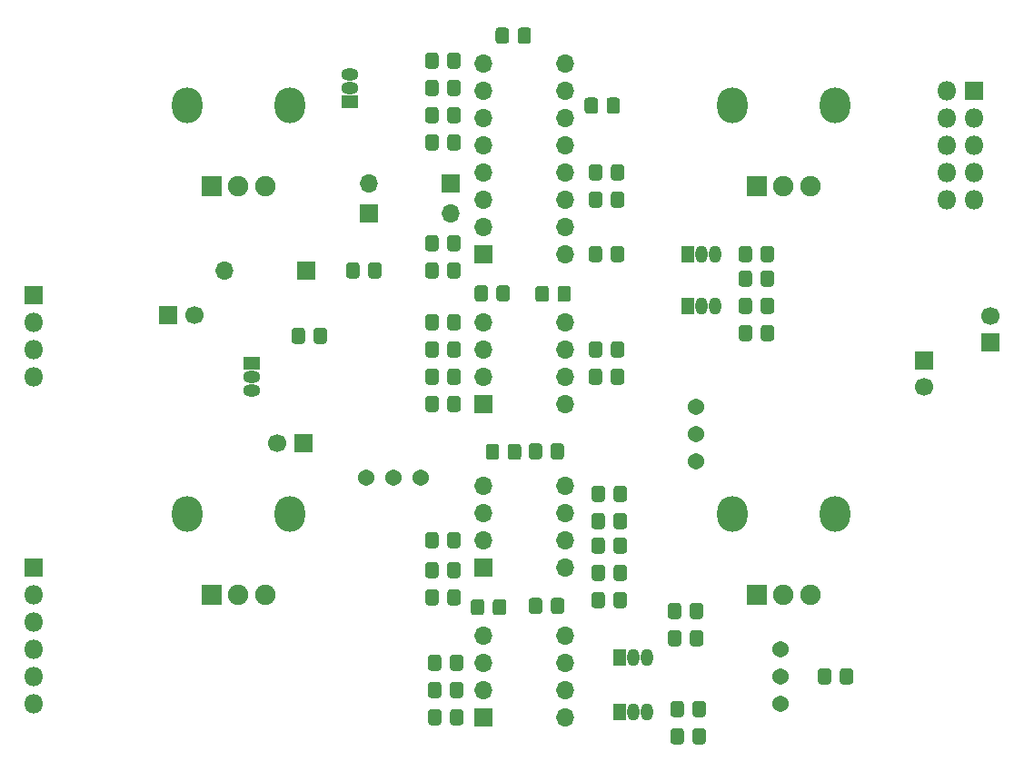
<source format=gbr>
G04 #@! TF.GenerationSoftware,KiCad,Pcbnew,5.1.6-c6e7f7d~86~ubuntu18.04.1*
G04 #@! TF.CreationDate,2020-06-21T16:50:38-04:00*
G04 #@! TF.ProjectId,modulation_source,6d6f6475-6c61-4746-996f-6e5f736f7572,rev?*
G04 #@! TF.SameCoordinates,Original*
G04 #@! TF.FileFunction,Soldermask,Bot*
G04 #@! TF.FilePolarity,Negative*
%FSLAX46Y46*%
G04 Gerber Fmt 4.6, Leading zero omitted, Abs format (unit mm)*
G04 Created by KiCad (PCBNEW 5.1.6-c6e7f7d~86~ubuntu18.04.1) date 2020-06-21 16:50:38*
%MOMM*%
%LPD*%
G01*
G04 APERTURE LIST*
%ADD10C,1.700000*%
%ADD11R,1.700000X1.700000*%
%ADD12O,2.820000X3.340000*%
%ADD13C,1.900000*%
%ADD14R,1.900000X1.900000*%
%ADD15O,1.800000X1.800000*%
%ADD16R,1.800000X1.800000*%
%ADD17O,1.700000X1.700000*%
%ADD18C,1.540000*%
%ADD19R,1.150000X1.600000*%
%ADD20O,1.150000X1.600000*%
%ADD21R,1.600000X1.150000*%
%ADD22O,1.600000X1.150000*%
G04 APERTURE END LIST*
D10*
X195834000Y-78145000D03*
D11*
X195834000Y-80645000D03*
D10*
X189611000Y-84796000D03*
D11*
X189611000Y-82296000D03*
D10*
X129326000Y-90043000D03*
D11*
X131826000Y-90043000D03*
D10*
X121666000Y-78105000D03*
D11*
X119166000Y-78105000D03*
D12*
X171730000Y-58540000D03*
X181330000Y-58540000D03*
D13*
X179030000Y-66040000D03*
X176530000Y-66040000D03*
D14*
X174030000Y-66040000D03*
D12*
X120930000Y-96640000D03*
X130530000Y-96640000D03*
D13*
X128230000Y-104140000D03*
X125730000Y-104140000D03*
D14*
X123230000Y-104140000D03*
D12*
X171730000Y-96640000D03*
X181330000Y-96640000D03*
D13*
X179030000Y-104140000D03*
X176530000Y-104140000D03*
D14*
X174030000Y-104140000D03*
D12*
X120930000Y-58540000D03*
X130530000Y-58540000D03*
D13*
X128230000Y-66040000D03*
X125730000Y-66040000D03*
D14*
X123230000Y-66040000D03*
D15*
X106680000Y-114300000D03*
X106680000Y-111760000D03*
X106680000Y-109220000D03*
X106680000Y-106680000D03*
X106680000Y-104140000D03*
D16*
X106680000Y-101600000D03*
D15*
X106680000Y-83820000D03*
X106680000Y-81280000D03*
X106680000Y-78740000D03*
D16*
X106680000Y-76200000D03*
D17*
X156210000Y-101600000D03*
X148590000Y-93980000D03*
X156210000Y-99060000D03*
X148590000Y-96520000D03*
X156210000Y-96520000D03*
X148590000Y-99060000D03*
X156210000Y-93980000D03*
D11*
X148590000Y-101600000D03*
D17*
X156210000Y-86360000D03*
X148590000Y-78740000D03*
X156210000Y-83820000D03*
X148590000Y-81280000D03*
X156210000Y-81280000D03*
X148590000Y-83820000D03*
X156210000Y-78740000D03*
D11*
X148590000Y-86360000D03*
D17*
X156210000Y-115570000D03*
X148590000Y-107950000D03*
X156210000Y-113030000D03*
X148590000Y-110490000D03*
X156210000Y-110490000D03*
X148590000Y-113030000D03*
X156210000Y-107950000D03*
D11*
X148590000Y-115570000D03*
D17*
X156210000Y-72390000D03*
X148590000Y-54610000D03*
X156210000Y-69850000D03*
X148590000Y-57150000D03*
X156210000Y-67310000D03*
X148590000Y-59690000D03*
X156210000Y-64770000D03*
X148590000Y-62230000D03*
X156210000Y-62230000D03*
X148590000Y-64770000D03*
X156210000Y-59690000D03*
X148590000Y-67310000D03*
X156210000Y-57150000D03*
X148590000Y-69850000D03*
X156210000Y-54610000D03*
D11*
X148590000Y-72390000D03*
D18*
X137668000Y-93218000D03*
X140208000Y-93218000D03*
X142748000Y-93218000D03*
X176276000Y-109220000D03*
X176276000Y-111760000D03*
X176276000Y-114300000D03*
X168402000Y-86614000D03*
X168402000Y-89154000D03*
X168402000Y-91694000D03*
G36*
G01*
X144625000Y-110011738D02*
X144625000Y-110968262D01*
G75*
G02*
X144353262Y-111240000I-271738J0D01*
G01*
X143646738Y-111240000D01*
G75*
G02*
X143375000Y-110968262I0J271738D01*
G01*
X143375000Y-110011738D01*
G75*
G02*
X143646738Y-109740000I271738J0D01*
G01*
X144353262Y-109740000D01*
G75*
G02*
X144625000Y-110011738I0J-271738D01*
G01*
G37*
G36*
G01*
X146675000Y-110011738D02*
X146675000Y-110968262D01*
G75*
G02*
X146403262Y-111240000I-271738J0D01*
G01*
X145696738Y-111240000D01*
G75*
G02*
X145425000Y-110968262I0J271738D01*
G01*
X145425000Y-110011738D01*
G75*
G02*
X145696738Y-109740000I271738J0D01*
G01*
X146403262Y-109740000D01*
G75*
G02*
X146675000Y-110011738I0J-271738D01*
G01*
G37*
G36*
G01*
X145189000Y-104872262D02*
X145189000Y-103915738D01*
G75*
G02*
X145460738Y-103644000I271738J0D01*
G01*
X146167262Y-103644000D01*
G75*
G02*
X146439000Y-103915738I0J-271738D01*
G01*
X146439000Y-104872262D01*
G75*
G02*
X146167262Y-105144000I-271738J0D01*
G01*
X145460738Y-105144000D01*
G75*
G02*
X145189000Y-104872262I0J271738D01*
G01*
G37*
G36*
G01*
X143139000Y-104872262D02*
X143139000Y-103915738D01*
G75*
G02*
X143410738Y-103644000I271738J0D01*
G01*
X144117262Y-103644000D01*
G75*
G02*
X144389000Y-103915738I0J-271738D01*
G01*
X144389000Y-104872262D01*
G75*
G02*
X144117262Y-105144000I-271738J0D01*
G01*
X143410738Y-105144000D01*
G75*
G02*
X143139000Y-104872262I0J271738D01*
G01*
G37*
G36*
G01*
X159865000Y-104169738D02*
X159865000Y-105126262D01*
G75*
G02*
X159593262Y-105398000I-271738J0D01*
G01*
X158886738Y-105398000D01*
G75*
G02*
X158615000Y-105126262I0J271738D01*
G01*
X158615000Y-104169738D01*
G75*
G02*
X158886738Y-103898000I271738J0D01*
G01*
X159593262Y-103898000D01*
G75*
G02*
X159865000Y-104169738I0J-271738D01*
G01*
G37*
G36*
G01*
X161915000Y-104169738D02*
X161915000Y-105126262D01*
G75*
G02*
X161643262Y-105398000I-271738J0D01*
G01*
X160936738Y-105398000D01*
G75*
G02*
X160665000Y-105126262I0J271738D01*
G01*
X160665000Y-104169738D01*
G75*
G02*
X160936738Y-103898000I271738J0D01*
G01*
X161643262Y-103898000D01*
G75*
G02*
X161915000Y-104169738I0J-271738D01*
G01*
G37*
G36*
G01*
X145171000Y-102332262D02*
X145171000Y-101375738D01*
G75*
G02*
X145442738Y-101104000I271738J0D01*
G01*
X146149262Y-101104000D01*
G75*
G02*
X146421000Y-101375738I0J-271738D01*
G01*
X146421000Y-102332262D01*
G75*
G02*
X146149262Y-102604000I-271738J0D01*
G01*
X145442738Y-102604000D01*
G75*
G02*
X145171000Y-102332262I0J271738D01*
G01*
G37*
G36*
G01*
X143121000Y-102332262D02*
X143121000Y-101375738D01*
G75*
G02*
X143392738Y-101104000I271738J0D01*
G01*
X144099262Y-101104000D01*
G75*
G02*
X144371000Y-101375738I0J-271738D01*
G01*
X144371000Y-102332262D01*
G75*
G02*
X144099262Y-102604000I-271738J0D01*
G01*
X143392738Y-102604000D01*
G75*
G02*
X143121000Y-102332262I0J271738D01*
G01*
G37*
G36*
G01*
X160674000Y-100046262D02*
X160674000Y-99089738D01*
G75*
G02*
X160945738Y-98818000I271738J0D01*
G01*
X161652262Y-98818000D01*
G75*
G02*
X161924000Y-99089738I0J-271738D01*
G01*
X161924000Y-100046262D01*
G75*
G02*
X161652262Y-100318000I-271738J0D01*
G01*
X160945738Y-100318000D01*
G75*
G02*
X160674000Y-100046262I0J271738D01*
G01*
G37*
G36*
G01*
X158624000Y-100046262D02*
X158624000Y-99089738D01*
G75*
G02*
X158895738Y-98818000I271738J0D01*
G01*
X159602262Y-98818000D01*
G75*
G02*
X159874000Y-99089738I0J-271738D01*
G01*
X159874000Y-100046262D01*
G75*
G02*
X159602262Y-100318000I-271738J0D01*
G01*
X158895738Y-100318000D01*
G75*
G02*
X158624000Y-100046262I0J271738D01*
G01*
G37*
G36*
G01*
X159874000Y-96803738D02*
X159874000Y-97760262D01*
G75*
G02*
X159602262Y-98032000I-271738J0D01*
G01*
X158895738Y-98032000D01*
G75*
G02*
X158624000Y-97760262I0J271738D01*
G01*
X158624000Y-96803738D01*
G75*
G02*
X158895738Y-96532000I271738J0D01*
G01*
X159602262Y-96532000D01*
G75*
G02*
X159874000Y-96803738I0J-271738D01*
G01*
G37*
G36*
G01*
X161924000Y-96803738D02*
X161924000Y-97760262D01*
G75*
G02*
X161652262Y-98032000I-271738J0D01*
G01*
X160945738Y-98032000D01*
G75*
G02*
X160674000Y-97760262I0J271738D01*
G01*
X160674000Y-96803738D01*
G75*
G02*
X160945738Y-96532000I271738J0D01*
G01*
X161652262Y-96532000D01*
G75*
G02*
X161924000Y-96803738I0J-271738D01*
G01*
G37*
G36*
G01*
X167231000Y-116869738D02*
X167231000Y-117826262D01*
G75*
G02*
X166959262Y-118098000I-271738J0D01*
G01*
X166252738Y-118098000D01*
G75*
G02*
X165981000Y-117826262I0J271738D01*
G01*
X165981000Y-116869738D01*
G75*
G02*
X166252738Y-116598000I271738J0D01*
G01*
X166959262Y-116598000D01*
G75*
G02*
X167231000Y-116869738I0J-271738D01*
G01*
G37*
G36*
G01*
X169281000Y-116869738D02*
X169281000Y-117826262D01*
G75*
G02*
X169009262Y-118098000I-271738J0D01*
G01*
X168302738Y-118098000D01*
G75*
G02*
X168031000Y-117826262I0J271738D01*
G01*
X168031000Y-116869738D01*
G75*
G02*
X168302738Y-116598000I271738J0D01*
G01*
X169009262Y-116598000D01*
G75*
G02*
X169281000Y-116869738I0J-271738D01*
G01*
G37*
G36*
G01*
X145171000Y-99538262D02*
X145171000Y-98581738D01*
G75*
G02*
X145442738Y-98310000I271738J0D01*
G01*
X146149262Y-98310000D01*
G75*
G02*
X146421000Y-98581738I0J-271738D01*
G01*
X146421000Y-99538262D01*
G75*
G02*
X146149262Y-99810000I-271738J0D01*
G01*
X145442738Y-99810000D01*
G75*
G02*
X145171000Y-99538262I0J271738D01*
G01*
G37*
G36*
G01*
X143121000Y-99538262D02*
X143121000Y-98581738D01*
G75*
G02*
X143392738Y-98310000I271738J0D01*
G01*
X144099262Y-98310000D01*
G75*
G02*
X144371000Y-98581738I0J-271738D01*
G01*
X144371000Y-99538262D01*
G75*
G02*
X144099262Y-99810000I-271738J0D01*
G01*
X143392738Y-99810000D01*
G75*
G02*
X143121000Y-99538262I0J271738D01*
G01*
G37*
G36*
G01*
X160683000Y-95220262D02*
X160683000Y-94263738D01*
G75*
G02*
X160954738Y-93992000I271738J0D01*
G01*
X161661262Y-93992000D01*
G75*
G02*
X161933000Y-94263738I0J-271738D01*
G01*
X161933000Y-95220262D01*
G75*
G02*
X161661262Y-95492000I-271738J0D01*
G01*
X160954738Y-95492000D01*
G75*
G02*
X160683000Y-95220262I0J271738D01*
G01*
G37*
G36*
G01*
X158633000Y-95220262D02*
X158633000Y-94263738D01*
G75*
G02*
X158904738Y-93992000I271738J0D01*
G01*
X159611262Y-93992000D01*
G75*
G02*
X159883000Y-94263738I0J-271738D01*
G01*
X159883000Y-95220262D01*
G75*
G02*
X159611262Y-95492000I-271738J0D01*
G01*
X158904738Y-95492000D01*
G75*
G02*
X158633000Y-95220262I0J271738D01*
G01*
G37*
G36*
G01*
X131925000Y-79531738D02*
X131925000Y-80488262D01*
G75*
G02*
X131653262Y-80760000I-271738J0D01*
G01*
X130946738Y-80760000D01*
G75*
G02*
X130675000Y-80488262I0J271738D01*
G01*
X130675000Y-79531738D01*
G75*
G02*
X130946738Y-79260000I271738J0D01*
G01*
X131653262Y-79260000D01*
G75*
G02*
X131925000Y-79531738I0J-271738D01*
G01*
G37*
G36*
G01*
X133975000Y-79531738D02*
X133975000Y-80488262D01*
G75*
G02*
X133703262Y-80760000I-271738J0D01*
G01*
X132996738Y-80760000D01*
G75*
G02*
X132725000Y-80488262I0J271738D01*
G01*
X132725000Y-79531738D01*
G75*
G02*
X132996738Y-79260000I271738J0D01*
G01*
X133703262Y-79260000D01*
G75*
G02*
X133975000Y-79531738I0J-271738D01*
G01*
G37*
G36*
G01*
X180965000Y-111281738D02*
X180965000Y-112238262D01*
G75*
G02*
X180693262Y-112510000I-271738J0D01*
G01*
X179986738Y-112510000D01*
G75*
G02*
X179715000Y-112238262I0J271738D01*
G01*
X179715000Y-111281738D01*
G75*
G02*
X179986738Y-111010000I271738J0D01*
G01*
X180693262Y-111010000D01*
G75*
G02*
X180965000Y-111281738I0J-271738D01*
G01*
G37*
G36*
G01*
X183015000Y-111281738D02*
X183015000Y-112238262D01*
G75*
G02*
X182743262Y-112510000I-271738J0D01*
G01*
X182036738Y-112510000D01*
G75*
G02*
X181765000Y-112238262I0J271738D01*
G01*
X181765000Y-111281738D01*
G75*
G02*
X182036738Y-111010000I271738J0D01*
G01*
X182743262Y-111010000D01*
G75*
G02*
X183015000Y-111281738I0J-271738D01*
G01*
G37*
G36*
G01*
X167231000Y-114329738D02*
X167231000Y-115286262D01*
G75*
G02*
X166959262Y-115558000I-271738J0D01*
G01*
X166252738Y-115558000D01*
G75*
G02*
X165981000Y-115286262I0J271738D01*
G01*
X165981000Y-114329738D01*
G75*
G02*
X166252738Y-114058000I271738J0D01*
G01*
X166959262Y-114058000D01*
G75*
G02*
X167231000Y-114329738I0J-271738D01*
G01*
G37*
G36*
G01*
X169281000Y-114329738D02*
X169281000Y-115286262D01*
G75*
G02*
X169009262Y-115558000I-271738J0D01*
G01*
X168302738Y-115558000D01*
G75*
G02*
X168031000Y-115286262I0J271738D01*
G01*
X168031000Y-114329738D01*
G75*
G02*
X168302738Y-114058000I271738J0D01*
G01*
X169009262Y-114058000D01*
G75*
G02*
X169281000Y-114329738I0J-271738D01*
G01*
G37*
G36*
G01*
X160683000Y-102586262D02*
X160683000Y-101629738D01*
G75*
G02*
X160954738Y-101358000I271738J0D01*
G01*
X161661262Y-101358000D01*
G75*
G02*
X161933000Y-101629738I0J-271738D01*
G01*
X161933000Y-102586262D01*
G75*
G02*
X161661262Y-102858000I-271738J0D01*
G01*
X160954738Y-102858000D01*
G75*
G02*
X160683000Y-102586262I0J271738D01*
G01*
G37*
G36*
G01*
X158633000Y-102586262D02*
X158633000Y-101629738D01*
G75*
G02*
X158904738Y-101358000I271738J0D01*
G01*
X159611262Y-101358000D01*
G75*
G02*
X159883000Y-101629738I0J-271738D01*
G01*
X159883000Y-102586262D01*
G75*
G02*
X159611262Y-102858000I-271738J0D01*
G01*
X158904738Y-102858000D01*
G75*
G02*
X158633000Y-102586262I0J271738D01*
G01*
G37*
G36*
G01*
X166995000Y-107725738D02*
X166995000Y-108682262D01*
G75*
G02*
X166723262Y-108954000I-271738J0D01*
G01*
X166016738Y-108954000D01*
G75*
G02*
X165745000Y-108682262I0J271738D01*
G01*
X165745000Y-107725738D01*
G75*
G02*
X166016738Y-107454000I271738J0D01*
G01*
X166723262Y-107454000D01*
G75*
G02*
X166995000Y-107725738I0J-271738D01*
G01*
G37*
G36*
G01*
X169045000Y-107725738D02*
X169045000Y-108682262D01*
G75*
G02*
X168773262Y-108954000I-271738J0D01*
G01*
X168066738Y-108954000D01*
G75*
G02*
X167795000Y-108682262I0J271738D01*
G01*
X167795000Y-107725738D01*
G75*
G02*
X168066738Y-107454000I271738J0D01*
G01*
X168773262Y-107454000D01*
G75*
G02*
X169045000Y-107725738I0J-271738D01*
G01*
G37*
G36*
G01*
X166977000Y-105185738D02*
X166977000Y-106142262D01*
G75*
G02*
X166705262Y-106414000I-271738J0D01*
G01*
X165998738Y-106414000D01*
G75*
G02*
X165727000Y-106142262I0J271738D01*
G01*
X165727000Y-105185738D01*
G75*
G02*
X165998738Y-104914000I271738J0D01*
G01*
X166705262Y-104914000D01*
G75*
G02*
X166977000Y-105185738I0J-271738D01*
G01*
G37*
G36*
G01*
X169027000Y-105185738D02*
X169027000Y-106142262D01*
G75*
G02*
X168755262Y-106414000I-271738J0D01*
G01*
X168048738Y-106414000D01*
G75*
G02*
X167777000Y-106142262I0J271738D01*
G01*
X167777000Y-105185738D01*
G75*
G02*
X168048738Y-104914000I271738J0D01*
G01*
X168755262Y-104914000D01*
G75*
G02*
X169027000Y-105185738I0J-271738D01*
G01*
G37*
G36*
G01*
X145443000Y-116048262D02*
X145443000Y-115091738D01*
G75*
G02*
X145714738Y-114820000I271738J0D01*
G01*
X146421262Y-114820000D01*
G75*
G02*
X146693000Y-115091738I0J-271738D01*
G01*
X146693000Y-116048262D01*
G75*
G02*
X146421262Y-116320000I-271738J0D01*
G01*
X145714738Y-116320000D01*
G75*
G02*
X145443000Y-116048262I0J271738D01*
G01*
G37*
G36*
G01*
X143393000Y-116048262D02*
X143393000Y-115091738D01*
G75*
G02*
X143664738Y-114820000I271738J0D01*
G01*
X144371262Y-114820000D01*
G75*
G02*
X144643000Y-115091738I0J-271738D01*
G01*
X144643000Y-116048262D01*
G75*
G02*
X144371262Y-116320000I-271738J0D01*
G01*
X143664738Y-116320000D01*
G75*
G02*
X143393000Y-116048262I0J271738D01*
G01*
G37*
G36*
G01*
X144380000Y-58957738D02*
X144380000Y-59914262D01*
G75*
G02*
X144108262Y-60186000I-271738J0D01*
G01*
X143401738Y-60186000D01*
G75*
G02*
X143130000Y-59914262I0J271738D01*
G01*
X143130000Y-58957738D01*
G75*
G02*
X143401738Y-58686000I271738J0D01*
G01*
X144108262Y-58686000D01*
G75*
G02*
X144380000Y-58957738I0J-271738D01*
G01*
G37*
G36*
G01*
X146430000Y-58957738D02*
X146430000Y-59914262D01*
G75*
G02*
X146158262Y-60186000I-271738J0D01*
G01*
X145451738Y-60186000D01*
G75*
G02*
X145180000Y-59914262I0J271738D01*
G01*
X145180000Y-58957738D01*
G75*
G02*
X145451738Y-58686000I271738J0D01*
G01*
X146158262Y-58686000D01*
G75*
G02*
X146430000Y-58957738I0J-271738D01*
G01*
G37*
G36*
G01*
X159620000Y-83341738D02*
X159620000Y-84298262D01*
G75*
G02*
X159348262Y-84570000I-271738J0D01*
G01*
X158641738Y-84570000D01*
G75*
G02*
X158370000Y-84298262I0J271738D01*
G01*
X158370000Y-83341738D01*
G75*
G02*
X158641738Y-83070000I271738J0D01*
G01*
X159348262Y-83070000D01*
G75*
G02*
X159620000Y-83341738I0J-271738D01*
G01*
G37*
G36*
G01*
X161670000Y-83341738D02*
X161670000Y-84298262D01*
G75*
G02*
X161398262Y-84570000I-271738J0D01*
G01*
X160691738Y-84570000D01*
G75*
G02*
X160420000Y-84298262I0J271738D01*
G01*
X160420000Y-83341738D01*
G75*
G02*
X160691738Y-83070000I271738J0D01*
G01*
X161398262Y-83070000D01*
G75*
G02*
X161670000Y-83341738I0J-271738D01*
G01*
G37*
G36*
G01*
X144371000Y-56417738D02*
X144371000Y-57374262D01*
G75*
G02*
X144099262Y-57646000I-271738J0D01*
G01*
X143392738Y-57646000D01*
G75*
G02*
X143121000Y-57374262I0J271738D01*
G01*
X143121000Y-56417738D01*
G75*
G02*
X143392738Y-56146000I271738J0D01*
G01*
X144099262Y-56146000D01*
G75*
G02*
X144371000Y-56417738I0J-271738D01*
G01*
G37*
G36*
G01*
X146421000Y-56417738D02*
X146421000Y-57374262D01*
G75*
G02*
X146149262Y-57646000I-271738J0D01*
G01*
X145442738Y-57646000D01*
G75*
G02*
X145171000Y-57374262I0J271738D01*
G01*
X145171000Y-56417738D01*
G75*
G02*
X145442738Y-56146000I271738J0D01*
G01*
X146149262Y-56146000D01*
G75*
G02*
X146421000Y-56417738I0J-271738D01*
G01*
G37*
G36*
G01*
X159620000Y-71911738D02*
X159620000Y-72868262D01*
G75*
G02*
X159348262Y-73140000I-271738J0D01*
G01*
X158641738Y-73140000D01*
G75*
G02*
X158370000Y-72868262I0J271738D01*
G01*
X158370000Y-71911738D01*
G75*
G02*
X158641738Y-71640000I271738J0D01*
G01*
X159348262Y-71640000D01*
G75*
G02*
X159620000Y-71911738I0J-271738D01*
G01*
G37*
G36*
G01*
X161670000Y-71911738D02*
X161670000Y-72868262D01*
G75*
G02*
X161398262Y-73140000I-271738J0D01*
G01*
X160691738Y-73140000D01*
G75*
G02*
X160420000Y-72868262I0J271738D01*
G01*
X160420000Y-71911738D01*
G75*
G02*
X160691738Y-71640000I271738J0D01*
G01*
X161398262Y-71640000D01*
G75*
G02*
X161670000Y-71911738I0J-271738D01*
G01*
G37*
G36*
G01*
X173581000Y-71911738D02*
X173581000Y-72868262D01*
G75*
G02*
X173309262Y-73140000I-271738J0D01*
G01*
X172602738Y-73140000D01*
G75*
G02*
X172331000Y-72868262I0J271738D01*
G01*
X172331000Y-71911738D01*
G75*
G02*
X172602738Y-71640000I271738J0D01*
G01*
X173309262Y-71640000D01*
G75*
G02*
X173581000Y-71911738I0J-271738D01*
G01*
G37*
G36*
G01*
X175631000Y-71911738D02*
X175631000Y-72868262D01*
G75*
G02*
X175359262Y-73140000I-271738J0D01*
G01*
X174652738Y-73140000D01*
G75*
G02*
X174381000Y-72868262I0J271738D01*
G01*
X174381000Y-71911738D01*
G75*
G02*
X174652738Y-71640000I271738J0D01*
G01*
X175359262Y-71640000D01*
G75*
G02*
X175631000Y-71911738I0J-271738D01*
G01*
G37*
G36*
G01*
X144371000Y-73435738D02*
X144371000Y-74392262D01*
G75*
G02*
X144099262Y-74664000I-271738J0D01*
G01*
X143392738Y-74664000D01*
G75*
G02*
X143121000Y-74392262I0J271738D01*
G01*
X143121000Y-73435738D01*
G75*
G02*
X143392738Y-73164000I271738J0D01*
G01*
X144099262Y-73164000D01*
G75*
G02*
X144371000Y-73435738I0J-271738D01*
G01*
G37*
G36*
G01*
X146421000Y-73435738D02*
X146421000Y-74392262D01*
G75*
G02*
X146149262Y-74664000I-271738J0D01*
G01*
X145442738Y-74664000D01*
G75*
G02*
X145171000Y-74392262I0J271738D01*
G01*
X145171000Y-73435738D01*
G75*
G02*
X145442738Y-73164000I271738J0D01*
G01*
X146149262Y-73164000D01*
G75*
G02*
X146421000Y-73435738I0J-271738D01*
G01*
G37*
G36*
G01*
X144371000Y-53877738D02*
X144371000Y-54834262D01*
G75*
G02*
X144099262Y-55106000I-271738J0D01*
G01*
X143392738Y-55106000D01*
G75*
G02*
X143121000Y-54834262I0J271738D01*
G01*
X143121000Y-53877738D01*
G75*
G02*
X143392738Y-53606000I271738J0D01*
G01*
X144099262Y-53606000D01*
G75*
G02*
X144371000Y-53877738I0J-271738D01*
G01*
G37*
G36*
G01*
X146421000Y-53877738D02*
X146421000Y-54834262D01*
G75*
G02*
X146149262Y-55106000I-271738J0D01*
G01*
X145442738Y-55106000D01*
G75*
G02*
X145171000Y-54834262I0J271738D01*
G01*
X145171000Y-53877738D01*
G75*
G02*
X145442738Y-53606000I271738J0D01*
G01*
X146149262Y-53606000D01*
G75*
G02*
X146421000Y-53877738I0J-271738D01*
G01*
G37*
G36*
G01*
X160429000Y-65248262D02*
X160429000Y-64291738D01*
G75*
G02*
X160700738Y-64020000I271738J0D01*
G01*
X161407262Y-64020000D01*
G75*
G02*
X161679000Y-64291738I0J-271738D01*
G01*
X161679000Y-65248262D01*
G75*
G02*
X161407262Y-65520000I-271738J0D01*
G01*
X160700738Y-65520000D01*
G75*
G02*
X160429000Y-65248262I0J271738D01*
G01*
G37*
G36*
G01*
X158379000Y-65248262D02*
X158379000Y-64291738D01*
G75*
G02*
X158650738Y-64020000I271738J0D01*
G01*
X159357262Y-64020000D01*
G75*
G02*
X159629000Y-64291738I0J-271738D01*
G01*
X159629000Y-65248262D01*
G75*
G02*
X159357262Y-65520000I-271738J0D01*
G01*
X158650738Y-65520000D01*
G75*
G02*
X158379000Y-65248262I0J271738D01*
G01*
G37*
G36*
G01*
X145189000Y-86838262D02*
X145189000Y-85881738D01*
G75*
G02*
X145460738Y-85610000I271738J0D01*
G01*
X146167262Y-85610000D01*
G75*
G02*
X146439000Y-85881738I0J-271738D01*
G01*
X146439000Y-86838262D01*
G75*
G02*
X146167262Y-87110000I-271738J0D01*
G01*
X145460738Y-87110000D01*
G75*
G02*
X145189000Y-86838262I0J271738D01*
G01*
G37*
G36*
G01*
X143139000Y-86838262D02*
X143139000Y-85881738D01*
G75*
G02*
X143410738Y-85610000I271738J0D01*
G01*
X144117262Y-85610000D01*
G75*
G02*
X144389000Y-85881738I0J-271738D01*
G01*
X144389000Y-86838262D01*
G75*
G02*
X144117262Y-87110000I-271738J0D01*
G01*
X143410738Y-87110000D01*
G75*
G02*
X143139000Y-86838262I0J271738D01*
G01*
G37*
G36*
G01*
X174381000Y-75154262D02*
X174381000Y-74197738D01*
G75*
G02*
X174652738Y-73926000I271738J0D01*
G01*
X175359262Y-73926000D01*
G75*
G02*
X175631000Y-74197738I0J-271738D01*
G01*
X175631000Y-75154262D01*
G75*
G02*
X175359262Y-75426000I-271738J0D01*
G01*
X174652738Y-75426000D01*
G75*
G02*
X174381000Y-75154262I0J271738D01*
G01*
G37*
G36*
G01*
X172331000Y-75154262D02*
X172331000Y-74197738D01*
G75*
G02*
X172602738Y-73926000I271738J0D01*
G01*
X173309262Y-73926000D01*
G75*
G02*
X173581000Y-74197738I0J-271738D01*
G01*
X173581000Y-75154262D01*
G75*
G02*
X173309262Y-75426000I-271738J0D01*
G01*
X172602738Y-75426000D01*
G75*
G02*
X172331000Y-75154262I0J271738D01*
G01*
G37*
G36*
G01*
X160429000Y-67788262D02*
X160429000Y-66831738D01*
G75*
G02*
X160700738Y-66560000I271738J0D01*
G01*
X161407262Y-66560000D01*
G75*
G02*
X161679000Y-66831738I0J-271738D01*
G01*
X161679000Y-67788262D01*
G75*
G02*
X161407262Y-68060000I-271738J0D01*
G01*
X160700738Y-68060000D01*
G75*
G02*
X160429000Y-67788262I0J271738D01*
G01*
G37*
G36*
G01*
X158379000Y-67788262D02*
X158379000Y-66831738D01*
G75*
G02*
X158650738Y-66560000I271738J0D01*
G01*
X159357262Y-66560000D01*
G75*
G02*
X159629000Y-66831738I0J-271738D01*
G01*
X159629000Y-67788262D01*
G75*
G02*
X159357262Y-68060000I-271738J0D01*
G01*
X158650738Y-68060000D01*
G75*
G02*
X158379000Y-67788262I0J271738D01*
G01*
G37*
G36*
G01*
X145189000Y-84298262D02*
X145189000Y-83341738D01*
G75*
G02*
X145460738Y-83070000I271738J0D01*
G01*
X146167262Y-83070000D01*
G75*
G02*
X146439000Y-83341738I0J-271738D01*
G01*
X146439000Y-84298262D01*
G75*
G02*
X146167262Y-84570000I-271738J0D01*
G01*
X145460738Y-84570000D01*
G75*
G02*
X145189000Y-84298262I0J271738D01*
G01*
G37*
G36*
G01*
X143139000Y-84298262D02*
X143139000Y-83341738D01*
G75*
G02*
X143410738Y-83070000I271738J0D01*
G01*
X144117262Y-83070000D01*
G75*
G02*
X144389000Y-83341738I0J-271738D01*
G01*
X144389000Y-84298262D01*
G75*
G02*
X144117262Y-84570000I-271738J0D01*
G01*
X143410738Y-84570000D01*
G75*
G02*
X143139000Y-84298262I0J271738D01*
G01*
G37*
G36*
G01*
X174399000Y-80234262D02*
X174399000Y-79277738D01*
G75*
G02*
X174670738Y-79006000I271738J0D01*
G01*
X175377262Y-79006000D01*
G75*
G02*
X175649000Y-79277738I0J-271738D01*
G01*
X175649000Y-80234262D01*
G75*
G02*
X175377262Y-80506000I-271738J0D01*
G01*
X174670738Y-80506000D01*
G75*
G02*
X174399000Y-80234262I0J271738D01*
G01*
G37*
G36*
G01*
X172349000Y-80234262D02*
X172349000Y-79277738D01*
G75*
G02*
X172620738Y-79006000I271738J0D01*
G01*
X173327262Y-79006000D01*
G75*
G02*
X173599000Y-79277738I0J-271738D01*
G01*
X173599000Y-80234262D01*
G75*
G02*
X173327262Y-80506000I-271738J0D01*
G01*
X172620738Y-80506000D01*
G75*
G02*
X172349000Y-80234262I0J271738D01*
G01*
G37*
G36*
G01*
X174390000Y-77694262D02*
X174390000Y-76737738D01*
G75*
G02*
X174661738Y-76466000I271738J0D01*
G01*
X175368262Y-76466000D01*
G75*
G02*
X175640000Y-76737738I0J-271738D01*
G01*
X175640000Y-77694262D01*
G75*
G02*
X175368262Y-77966000I-271738J0D01*
G01*
X174661738Y-77966000D01*
G75*
G02*
X174390000Y-77694262I0J271738D01*
G01*
G37*
G36*
G01*
X172340000Y-77694262D02*
X172340000Y-76737738D01*
G75*
G02*
X172611738Y-76466000I271738J0D01*
G01*
X173318262Y-76466000D01*
G75*
G02*
X173590000Y-76737738I0J-271738D01*
G01*
X173590000Y-77694262D01*
G75*
G02*
X173318262Y-77966000I-271738J0D01*
G01*
X172611738Y-77966000D01*
G75*
G02*
X172340000Y-77694262I0J271738D01*
G01*
G37*
G36*
G01*
X144371000Y-70895738D02*
X144371000Y-71852262D01*
G75*
G02*
X144099262Y-72124000I-271738J0D01*
G01*
X143392738Y-72124000D01*
G75*
G02*
X143121000Y-71852262I0J271738D01*
G01*
X143121000Y-70895738D01*
G75*
G02*
X143392738Y-70624000I271738J0D01*
G01*
X144099262Y-70624000D01*
G75*
G02*
X144371000Y-70895738I0J-271738D01*
G01*
G37*
G36*
G01*
X146421000Y-70895738D02*
X146421000Y-71852262D01*
G75*
G02*
X146149262Y-72124000I-271738J0D01*
G01*
X145442738Y-72124000D01*
G75*
G02*
X145171000Y-71852262I0J271738D01*
G01*
X145171000Y-70895738D01*
G75*
G02*
X145442738Y-70624000I271738J0D01*
G01*
X146149262Y-70624000D01*
G75*
G02*
X146421000Y-70895738I0J-271738D01*
G01*
G37*
G36*
G01*
X145189000Y-81758262D02*
X145189000Y-80801738D01*
G75*
G02*
X145460738Y-80530000I271738J0D01*
G01*
X146167262Y-80530000D01*
G75*
G02*
X146439000Y-80801738I0J-271738D01*
G01*
X146439000Y-81758262D01*
G75*
G02*
X146167262Y-82030000I-271738J0D01*
G01*
X145460738Y-82030000D01*
G75*
G02*
X145189000Y-81758262I0J271738D01*
G01*
G37*
G36*
G01*
X143139000Y-81758262D02*
X143139000Y-80801738D01*
G75*
G02*
X143410738Y-80530000I271738J0D01*
G01*
X144117262Y-80530000D01*
G75*
G02*
X144389000Y-80801738I0J-271738D01*
G01*
X144389000Y-81758262D01*
G75*
G02*
X144117262Y-82030000I-271738J0D01*
G01*
X143410738Y-82030000D01*
G75*
G02*
X143139000Y-81758262I0J271738D01*
G01*
G37*
G36*
G01*
X145189000Y-79218262D02*
X145189000Y-78261738D01*
G75*
G02*
X145460738Y-77990000I271738J0D01*
G01*
X146167262Y-77990000D01*
G75*
G02*
X146439000Y-78261738I0J-271738D01*
G01*
X146439000Y-79218262D01*
G75*
G02*
X146167262Y-79490000I-271738J0D01*
G01*
X145460738Y-79490000D01*
G75*
G02*
X145189000Y-79218262I0J271738D01*
G01*
G37*
G36*
G01*
X143139000Y-79218262D02*
X143139000Y-78261738D01*
G75*
G02*
X143410738Y-77990000I271738J0D01*
G01*
X144117262Y-77990000D01*
G75*
G02*
X144389000Y-78261738I0J-271738D01*
G01*
X144389000Y-79218262D01*
G75*
G02*
X144117262Y-79490000I-271738J0D01*
G01*
X143410738Y-79490000D01*
G75*
G02*
X143139000Y-79218262I0J271738D01*
G01*
G37*
D19*
X161290000Y-115062000D03*
D20*
X163830000Y-115062000D03*
X162560000Y-115062000D03*
D21*
X127000000Y-82550000D03*
D22*
X127000000Y-85090000D03*
X127000000Y-83820000D03*
D19*
X161290000Y-109982000D03*
D20*
X163830000Y-109982000D03*
X162560000Y-109982000D03*
D21*
X136144000Y-58166000D03*
D22*
X136144000Y-55626000D03*
X136144000Y-56896000D03*
D19*
X167640000Y-72390000D03*
D20*
X170180000Y-72390000D03*
X168910000Y-72390000D03*
D19*
X167640000Y-77216000D03*
D20*
X170180000Y-77216000D03*
X168910000Y-77216000D03*
D15*
X191770000Y-67310000D03*
X194310000Y-67310000D03*
X191770000Y-64770000D03*
X194310000Y-64770000D03*
X191770000Y-62230000D03*
X194310000Y-62230000D03*
X191770000Y-59690000D03*
X194310000Y-59690000D03*
X191770000Y-57150000D03*
D16*
X194310000Y-57150000D03*
D17*
X124460000Y-73914000D03*
D11*
X132080000Y-73914000D03*
D17*
X137922000Y-65786000D03*
D11*
X145542000Y-65786000D03*
D17*
X145542000Y-68580000D03*
D11*
X137922000Y-68580000D03*
G36*
G01*
X144625000Y-112551738D02*
X144625000Y-113508262D01*
G75*
G02*
X144353262Y-113780000I-271738J0D01*
G01*
X143646738Y-113780000D01*
G75*
G02*
X143375000Y-113508262I0J271738D01*
G01*
X143375000Y-112551738D01*
G75*
G02*
X143646738Y-112280000I271738J0D01*
G01*
X144353262Y-112280000D01*
G75*
G02*
X144625000Y-112551738I0J-271738D01*
G01*
G37*
G36*
G01*
X146675000Y-112551738D02*
X146675000Y-113508262D01*
G75*
G02*
X146403262Y-113780000I-271738J0D01*
G01*
X145696738Y-113780000D01*
G75*
G02*
X145425000Y-113508262I0J271738D01*
G01*
X145425000Y-112551738D01*
G75*
G02*
X145696738Y-112280000I271738J0D01*
G01*
X146403262Y-112280000D01*
G75*
G02*
X146675000Y-112551738I0J-271738D01*
G01*
G37*
G36*
G01*
X149430800Y-105786662D02*
X149430800Y-104830138D01*
G75*
G02*
X149702538Y-104558400I271738J0D01*
G01*
X150409062Y-104558400D01*
G75*
G02*
X150680800Y-104830138I0J-271738D01*
G01*
X150680800Y-105786662D01*
G75*
G02*
X150409062Y-106058400I-271738J0D01*
G01*
X149702538Y-106058400D01*
G75*
G02*
X149430800Y-105786662I0J271738D01*
G01*
G37*
G36*
G01*
X147380800Y-105786662D02*
X147380800Y-104830138D01*
G75*
G02*
X147652538Y-104558400I271738J0D01*
G01*
X148359062Y-104558400D01*
G75*
G02*
X148630800Y-104830138I0J-271738D01*
G01*
X148630800Y-105786662D01*
G75*
G02*
X148359062Y-106058400I-271738J0D01*
G01*
X147652538Y-106058400D01*
G75*
G02*
X147380800Y-105786662I0J271738D01*
G01*
G37*
G36*
G01*
X154841000Y-105659662D02*
X154841000Y-104703138D01*
G75*
G02*
X155112738Y-104431400I271738J0D01*
G01*
X155819262Y-104431400D01*
G75*
G02*
X156091000Y-104703138I0J-271738D01*
G01*
X156091000Y-105659662D01*
G75*
G02*
X155819262Y-105931400I-271738J0D01*
G01*
X155112738Y-105931400D01*
G75*
G02*
X154841000Y-105659662I0J271738D01*
G01*
G37*
G36*
G01*
X152791000Y-105659662D02*
X152791000Y-104703138D01*
G75*
G02*
X153062738Y-104431400I271738J0D01*
G01*
X153769262Y-104431400D01*
G75*
G02*
X154041000Y-104703138I0J-271738D01*
G01*
X154041000Y-105659662D01*
G75*
G02*
X153769262Y-105931400I-271738J0D01*
G01*
X153062738Y-105931400D01*
G75*
G02*
X152791000Y-105659662I0J271738D01*
G01*
G37*
G36*
G01*
X150818800Y-91308662D02*
X150818800Y-90352138D01*
G75*
G02*
X151090538Y-90080400I271738J0D01*
G01*
X151797062Y-90080400D01*
G75*
G02*
X152068800Y-90352138I0J-271738D01*
G01*
X152068800Y-91308662D01*
G75*
G02*
X151797062Y-91580400I-271738J0D01*
G01*
X151090538Y-91580400D01*
G75*
G02*
X150818800Y-91308662I0J271738D01*
G01*
G37*
G36*
G01*
X148768800Y-91308662D02*
X148768800Y-90352138D01*
G75*
G02*
X149040538Y-90080400I271738J0D01*
G01*
X149747062Y-90080400D01*
G75*
G02*
X150018800Y-90352138I0J-271738D01*
G01*
X150018800Y-91308662D01*
G75*
G02*
X149747062Y-91580400I-271738J0D01*
G01*
X149040538Y-91580400D01*
G75*
G02*
X148768800Y-91308662I0J271738D01*
G01*
G37*
G36*
G01*
X154815600Y-91257862D02*
X154815600Y-90301338D01*
G75*
G02*
X155087338Y-90029600I271738J0D01*
G01*
X155793862Y-90029600D01*
G75*
G02*
X156065600Y-90301338I0J-271738D01*
G01*
X156065600Y-91257862D01*
G75*
G02*
X155793862Y-91529600I-271738J0D01*
G01*
X155087338Y-91529600D01*
G75*
G02*
X154815600Y-91257862I0J271738D01*
G01*
G37*
G36*
G01*
X152765600Y-91257862D02*
X152765600Y-90301338D01*
G75*
G02*
X153037338Y-90029600I271738J0D01*
G01*
X153743862Y-90029600D01*
G75*
G02*
X154015600Y-90301338I0J-271738D01*
G01*
X154015600Y-91257862D01*
G75*
G02*
X153743862Y-91529600I-271738J0D01*
G01*
X153037338Y-91529600D01*
G75*
G02*
X152765600Y-91257862I0J271738D01*
G01*
G37*
G36*
G01*
X149768400Y-76525862D02*
X149768400Y-75569338D01*
G75*
G02*
X150040138Y-75297600I271738J0D01*
G01*
X150746662Y-75297600D01*
G75*
G02*
X151018400Y-75569338I0J-271738D01*
G01*
X151018400Y-76525862D01*
G75*
G02*
X150746662Y-76797600I-271738J0D01*
G01*
X150040138Y-76797600D01*
G75*
G02*
X149768400Y-76525862I0J271738D01*
G01*
G37*
G36*
G01*
X147718400Y-76525862D02*
X147718400Y-75569338D01*
G75*
G02*
X147990138Y-75297600I271738J0D01*
G01*
X148696662Y-75297600D01*
G75*
G02*
X148968400Y-75569338I0J-271738D01*
G01*
X148968400Y-76525862D01*
G75*
G02*
X148696662Y-76797600I-271738J0D01*
G01*
X147990138Y-76797600D01*
G75*
G02*
X147718400Y-76525862I0J271738D01*
G01*
G37*
G36*
G01*
X155450600Y-76576662D02*
X155450600Y-75620138D01*
G75*
G02*
X155722338Y-75348400I271738J0D01*
G01*
X156428862Y-75348400D01*
G75*
G02*
X156700600Y-75620138I0J-271738D01*
G01*
X156700600Y-76576662D01*
G75*
G02*
X156428862Y-76848400I-271738J0D01*
G01*
X155722338Y-76848400D01*
G75*
G02*
X155450600Y-76576662I0J271738D01*
G01*
G37*
G36*
G01*
X153400600Y-76576662D02*
X153400600Y-75620138D01*
G75*
G02*
X153672338Y-75348400I271738J0D01*
G01*
X154378862Y-75348400D01*
G75*
G02*
X154650600Y-75620138I0J-271738D01*
G01*
X154650600Y-76576662D01*
G75*
G02*
X154378862Y-76848400I-271738J0D01*
G01*
X153672338Y-76848400D01*
G75*
G02*
X153400600Y-76576662I0J271738D01*
G01*
G37*
G36*
G01*
X151742200Y-52497462D02*
X151742200Y-51540938D01*
G75*
G02*
X152013938Y-51269200I271738J0D01*
G01*
X152720462Y-51269200D01*
G75*
G02*
X152992200Y-51540938I0J-271738D01*
G01*
X152992200Y-52497462D01*
G75*
G02*
X152720462Y-52769200I-271738J0D01*
G01*
X152013938Y-52769200D01*
G75*
G02*
X151742200Y-52497462I0J271738D01*
G01*
G37*
G36*
G01*
X149692200Y-52497462D02*
X149692200Y-51540938D01*
G75*
G02*
X149963938Y-51269200I271738J0D01*
G01*
X150670462Y-51269200D01*
G75*
G02*
X150942200Y-51540938I0J-271738D01*
G01*
X150942200Y-52497462D01*
G75*
G02*
X150670462Y-52769200I-271738J0D01*
G01*
X149963938Y-52769200D01*
G75*
G02*
X149692200Y-52497462I0J271738D01*
G01*
G37*
G36*
G01*
X160030000Y-59025262D02*
X160030000Y-58068738D01*
G75*
G02*
X160301738Y-57797000I271738J0D01*
G01*
X161008262Y-57797000D01*
G75*
G02*
X161280000Y-58068738I0J-271738D01*
G01*
X161280000Y-59025262D01*
G75*
G02*
X161008262Y-59297000I-271738J0D01*
G01*
X160301738Y-59297000D01*
G75*
G02*
X160030000Y-59025262I0J271738D01*
G01*
G37*
G36*
G01*
X157980000Y-59025262D02*
X157980000Y-58068738D01*
G75*
G02*
X158251738Y-57797000I271738J0D01*
G01*
X158958262Y-57797000D01*
G75*
G02*
X159230000Y-58068738I0J-271738D01*
G01*
X159230000Y-59025262D01*
G75*
G02*
X158958262Y-59297000I-271738J0D01*
G01*
X158251738Y-59297000D01*
G75*
G02*
X157980000Y-59025262I0J271738D01*
G01*
G37*
G36*
G01*
X159629000Y-80801738D02*
X159629000Y-81758262D01*
G75*
G02*
X159357262Y-82030000I-271738J0D01*
G01*
X158650738Y-82030000D01*
G75*
G02*
X158379000Y-81758262I0J271738D01*
G01*
X158379000Y-80801738D01*
G75*
G02*
X158650738Y-80530000I271738J0D01*
G01*
X159357262Y-80530000D01*
G75*
G02*
X159629000Y-80801738I0J-271738D01*
G01*
G37*
G36*
G01*
X161679000Y-80801738D02*
X161679000Y-81758262D01*
G75*
G02*
X161407262Y-82030000I-271738J0D01*
G01*
X160700738Y-82030000D01*
G75*
G02*
X160429000Y-81758262I0J271738D01*
G01*
X160429000Y-80801738D01*
G75*
G02*
X160700738Y-80530000I271738J0D01*
G01*
X161407262Y-80530000D01*
G75*
G02*
X161679000Y-80801738I0J-271738D01*
G01*
G37*
G36*
G01*
X145189000Y-62454262D02*
X145189000Y-61497738D01*
G75*
G02*
X145460738Y-61226000I271738J0D01*
G01*
X146167262Y-61226000D01*
G75*
G02*
X146439000Y-61497738I0J-271738D01*
G01*
X146439000Y-62454262D01*
G75*
G02*
X146167262Y-62726000I-271738J0D01*
G01*
X145460738Y-62726000D01*
G75*
G02*
X145189000Y-62454262I0J271738D01*
G01*
G37*
G36*
G01*
X143139000Y-62454262D02*
X143139000Y-61497738D01*
G75*
G02*
X143410738Y-61226000I271738J0D01*
G01*
X144117262Y-61226000D01*
G75*
G02*
X144389000Y-61497738I0J-271738D01*
G01*
X144389000Y-62454262D01*
G75*
G02*
X144117262Y-62726000I-271738J0D01*
G01*
X143410738Y-62726000D01*
G75*
G02*
X143139000Y-62454262I0J271738D01*
G01*
G37*
G36*
G01*
X137005000Y-73435738D02*
X137005000Y-74392262D01*
G75*
G02*
X136733262Y-74664000I-271738J0D01*
G01*
X136026738Y-74664000D01*
G75*
G02*
X135755000Y-74392262I0J271738D01*
G01*
X135755000Y-73435738D01*
G75*
G02*
X136026738Y-73164000I271738J0D01*
G01*
X136733262Y-73164000D01*
G75*
G02*
X137005000Y-73435738I0J-271738D01*
G01*
G37*
G36*
G01*
X139055000Y-73435738D02*
X139055000Y-74392262D01*
G75*
G02*
X138783262Y-74664000I-271738J0D01*
G01*
X138076738Y-74664000D01*
G75*
G02*
X137805000Y-74392262I0J271738D01*
G01*
X137805000Y-73435738D01*
G75*
G02*
X138076738Y-73164000I271738J0D01*
G01*
X138783262Y-73164000D01*
G75*
G02*
X139055000Y-73435738I0J-271738D01*
G01*
G37*
M02*

</source>
